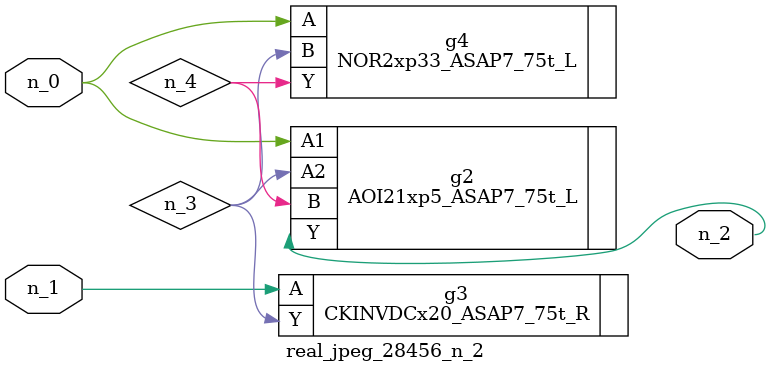
<source format=v>
module real_jpeg_28456_n_2 (n_1, n_0, n_2);

input n_1;
input n_0;

output n_2;

wire n_4;
wire n_3;

AOI21xp5_ASAP7_75t_L g2 ( 
.A1(n_0),
.A2(n_3),
.B(n_4),
.Y(n_2)
);

NOR2xp33_ASAP7_75t_L g4 ( 
.A(n_0),
.B(n_3),
.Y(n_4)
);

CKINVDCx20_ASAP7_75t_R g3 ( 
.A(n_1),
.Y(n_3)
);


endmodule
</source>
